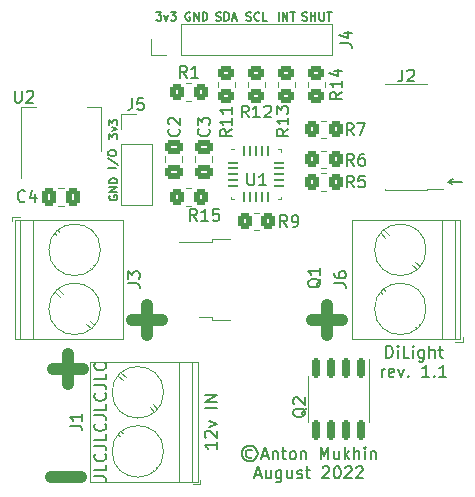
<source format=gto>
G04 #@! TF.GenerationSoftware,KiCad,Pcbnew,(6.0.7)*
G04 #@! TF.CreationDate,2022-08-26T11:00:59+03:00*
G04 #@! TF.ProjectId,DiLight_1.1,44694c69-6768-4745-9f31-2e312e6b6963,rev?*
G04 #@! TF.SameCoordinates,Original*
G04 #@! TF.FileFunction,Legend,Top*
G04 #@! TF.FilePolarity,Positive*
%FSLAX46Y46*%
G04 Gerber Fmt 4.6, Leading zero omitted, Abs format (unit mm)*
G04 Created by KiCad (PCBNEW (6.0.7)) date 2022-08-26 11:00:59*
%MOMM*%
%LPD*%
G01*
G04 APERTURE LIST*
G04 Aperture macros list*
%AMRoundRect*
0 Rectangle with rounded corners*
0 $1 Rounding radius*
0 $2 $3 $4 $5 $6 $7 $8 $9 X,Y pos of 4 corners*
0 Add a 4 corners polygon primitive as box body*
4,1,4,$2,$3,$4,$5,$6,$7,$8,$9,$2,$3,0*
0 Add four circle primitives for the rounded corners*
1,1,$1+$1,$2,$3*
1,1,$1+$1,$4,$5*
1,1,$1+$1,$6,$7*
1,1,$1+$1,$8,$9*
0 Add four rect primitives between the rounded corners*
20,1,$1+$1,$2,$3,$4,$5,0*
20,1,$1+$1,$4,$5,$6,$7,0*
20,1,$1+$1,$6,$7,$8,$9,0*
20,1,$1+$1,$8,$9,$2,$3,0*%
%AMFreePoly0*
4,1,14,0.230680,0.111820,0.364320,-0.021821,0.377500,-0.053642,0.377500,-0.080000,0.364320,-0.111820,0.332500,-0.125000,-0.332500,-0.125000,-0.364320,-0.111820,-0.377500,-0.080000,-0.377500,0.080000,-0.364320,0.111820,-0.332500,0.125000,0.198860,0.125000,0.230680,0.111820,0.230680,0.111820,$1*%
%AMFreePoly1*
4,1,14,0.364320,0.111820,0.377500,0.080000,0.377501,0.053640,0.364318,0.021819,0.230680,-0.111820,0.198860,-0.125000,-0.332500,-0.125000,-0.364320,-0.111820,-0.377500,-0.080000,-0.377500,0.080000,-0.364320,0.111820,-0.332500,0.125000,0.332500,0.125000,0.364320,0.111820,0.364320,0.111820,$1*%
%AMFreePoly2*
4,1,15,0.053642,0.377500,0.080000,0.377500,0.111820,0.364320,0.125000,0.332500,0.125000,-0.332500,0.111820,-0.364320,0.080000,-0.377500,-0.080000,-0.377500,-0.111820,-0.364320,-0.125000,-0.332500,-0.125000,0.198860,-0.111820,0.230680,0.021820,0.364320,0.053640,0.377501,0.053642,0.377500,0.053642,0.377500,$1*%
%AMFreePoly3*
4,1,14,-0.021820,0.364320,0.111820,0.230679,0.125000,0.198858,0.125000,-0.332500,0.111820,-0.364320,0.080000,-0.377500,-0.080000,-0.377500,-0.111820,-0.364320,-0.125000,-0.332500,-0.125000,0.332500,-0.111820,0.364320,-0.080000,0.377500,-0.053640,0.377500,-0.021820,0.364320,-0.021820,0.364320,$1*%
%AMFreePoly4*
4,1,14,0.364320,0.111820,0.377500,0.080000,0.377500,-0.080000,0.364320,-0.111820,0.332500,-0.125000,-0.198860,-0.125001,-0.230681,-0.111818,-0.364320,0.021820,-0.377500,0.053640,-0.377500,0.080000,-0.364320,0.111820,-0.332500,0.125000,0.332500,0.125000,0.364320,0.111820,0.364320,0.111820,$1*%
%AMFreePoly5*
4,1,15,-0.198858,0.125000,0.332500,0.125000,0.364320,0.111820,0.377500,0.080000,0.377500,-0.080000,0.364320,-0.111820,0.332500,-0.125000,-0.332500,-0.125000,-0.364320,-0.111820,-0.377500,-0.080000,-0.377500,-0.053640,-0.364320,-0.021820,-0.230680,0.111820,-0.198860,0.125001,-0.198858,0.125000,-0.198858,0.125000,$1*%
%AMFreePoly6*
4,1,14,0.111820,0.364320,0.125000,0.332500,0.125001,-0.198860,0.111818,-0.230681,-0.021820,-0.364320,-0.053640,-0.377500,-0.080000,-0.377500,-0.111820,-0.364320,-0.125000,-0.332500,-0.125000,0.332500,-0.111820,0.364320,-0.080000,0.377500,0.080000,0.377500,0.111820,0.364320,0.111820,0.364320,$1*%
%AMFreePoly7*
4,1,14,0.111820,0.364320,0.125000,0.332500,0.125000,-0.332500,0.111820,-0.364320,0.080000,-0.377500,0.053640,-0.377501,0.021819,-0.364318,-0.111820,-0.230680,-0.125000,-0.198860,-0.125000,0.332500,-0.111820,0.364320,-0.080000,0.377500,0.080000,0.377500,0.111820,0.364320,0.111820,0.364320,$1*%
G04 Aperture macros list end*
%ADD10C,1.000000*%
%ADD11C,0.150000*%
%ADD12C,0.120000*%
%ADD13RoundRect,0.250000X-0.475000X0.337500X-0.475000X-0.337500X0.475000X-0.337500X0.475000X0.337500X0*%
%ADD14RoundRect,0.250000X-0.350000X-0.450000X0.350000X-0.450000X0.350000X0.450000X-0.350000X0.450000X0*%
%ADD15C,2.200000*%
%ADD16RoundRect,0.250000X0.337500X0.475000X-0.337500X0.475000X-0.337500X-0.475000X0.337500X-0.475000X0*%
%ADD17R,1.500000X2.000000*%
%ADD18R,3.800000X2.000000*%
%ADD19RoundRect,0.250000X0.450000X-0.350000X0.450000X0.350000X-0.450000X0.350000X-0.450000X-0.350000X0*%
%ADD20R,1.700000X1.700000*%
%ADD21O,1.700000X1.700000*%
%ADD22R,2.200000X1.200000*%
%ADD23R,6.400000X5.800000*%
%ADD24R,2.600000X2.600000*%
%ADD25C,2.600000*%
%ADD26FreePoly0,0.000000*%
%ADD27RoundRect,0.062500X-0.375000X-0.062500X0.375000X-0.062500X0.375000X0.062500X-0.375000X0.062500X0*%
%ADD28FreePoly1,0.000000*%
%ADD29FreePoly2,0.000000*%
%ADD30RoundRect,0.062500X-0.062500X-0.375000X0.062500X-0.375000X0.062500X0.375000X-0.062500X0.375000X0*%
%ADD31FreePoly3,0.000000*%
%ADD32FreePoly4,0.000000*%
%ADD33FreePoly5,0.000000*%
%ADD34FreePoly6,0.000000*%
%ADD35FreePoly7,0.000000*%
%ADD36RoundRect,0.250000X0.350000X0.450000X-0.350000X0.450000X-0.350000X-0.450000X0.350000X-0.450000X0*%
%ADD37RoundRect,0.150000X-0.150000X0.675000X-0.150000X-0.675000X0.150000X-0.675000X0.150000X0.675000X0*%
%ADD38R,2.400000X0.740000*%
G04 APERTURE END LIST*
D10*
X38989000Y-40259000D02*
X41529000Y-40259000D01*
X16893208Y-53546343D02*
X19433208Y-53546343D01*
X40259000Y-38989000D02*
X40259000Y-41529000D01*
X23749000Y-40259000D02*
X26289000Y-40259000D01*
X18323291Y-43186550D02*
X18323291Y-45726550D01*
X25019000Y-38989000D02*
X25019000Y-41529000D01*
D11*
X50488146Y-28554190D02*
X51747149Y-28554190D01*
X51747149Y-28554190D02*
X50488146Y-28554190D01*
X50488146Y-28554190D02*
X50914750Y-28356495D01*
X50488146Y-28554190D02*
X50904345Y-28751884D01*
D10*
X17053291Y-44456550D02*
X19593291Y-44456550D01*
D11*
X50914750Y-28356495D02*
X50488146Y-28554190D01*
X21841666Y-24963333D02*
X21841666Y-24530000D01*
X22108333Y-24763333D01*
X22108333Y-24663333D01*
X22141666Y-24596666D01*
X22175000Y-24563333D01*
X22241666Y-24530000D01*
X22408333Y-24530000D01*
X22475000Y-24563333D01*
X22508333Y-24596666D01*
X22541666Y-24663333D01*
X22541666Y-24863333D01*
X22508333Y-24930000D01*
X22475000Y-24963333D01*
X22075000Y-24296666D02*
X22541666Y-24130000D01*
X22075000Y-23963333D01*
X21841666Y-23763333D02*
X21841666Y-23330000D01*
X22108333Y-23563333D01*
X22108333Y-23463333D01*
X22141666Y-23396666D01*
X22175000Y-23363333D01*
X22241666Y-23330000D01*
X22408333Y-23330000D01*
X22475000Y-23363333D01*
X22508333Y-23396666D01*
X22541666Y-23463333D01*
X22541666Y-23663333D01*
X22508333Y-23730000D01*
X22475000Y-23763333D01*
X30900000Y-14888333D02*
X31000000Y-14921666D01*
X31166666Y-14921666D01*
X31233333Y-14888333D01*
X31266666Y-14855000D01*
X31300000Y-14788333D01*
X31300000Y-14721666D01*
X31266666Y-14655000D01*
X31233333Y-14621666D01*
X31166666Y-14588333D01*
X31033333Y-14555000D01*
X30966666Y-14521666D01*
X30933333Y-14488333D01*
X30900000Y-14421666D01*
X30900000Y-14355000D01*
X30933333Y-14288333D01*
X30966666Y-14255000D01*
X31033333Y-14221666D01*
X31200000Y-14221666D01*
X31300000Y-14255000D01*
X31600000Y-14921666D02*
X31600000Y-14221666D01*
X31766666Y-14221666D01*
X31866666Y-14255000D01*
X31933333Y-14321666D01*
X31966666Y-14388333D01*
X32000000Y-14521666D01*
X32000000Y-14621666D01*
X31966666Y-14755000D01*
X31933333Y-14821666D01*
X31866666Y-14888333D01*
X31766666Y-14921666D01*
X31600000Y-14921666D01*
X32266666Y-14721666D02*
X32600000Y-14721666D01*
X32200000Y-14921666D02*
X32433333Y-14221666D01*
X32666666Y-14921666D01*
X25836666Y-14221666D02*
X26270000Y-14221666D01*
X26036666Y-14488333D01*
X26136666Y-14488333D01*
X26203333Y-14521666D01*
X26236666Y-14555000D01*
X26270000Y-14621666D01*
X26270000Y-14788333D01*
X26236666Y-14855000D01*
X26203333Y-14888333D01*
X26136666Y-14921666D01*
X25936666Y-14921666D01*
X25870000Y-14888333D01*
X25836666Y-14855000D01*
X26503333Y-14455000D02*
X26670000Y-14921666D01*
X26836666Y-14455000D01*
X27036666Y-14221666D02*
X27470000Y-14221666D01*
X27236666Y-14488333D01*
X27336666Y-14488333D01*
X27403333Y-14521666D01*
X27436666Y-14555000D01*
X27470000Y-14621666D01*
X27470000Y-14788333D01*
X27436666Y-14855000D01*
X27403333Y-14888333D01*
X27336666Y-14921666D01*
X27136666Y-14921666D01*
X27070000Y-14888333D01*
X27036666Y-14855000D01*
X20578107Y-53480884D02*
X21292393Y-53480884D01*
X21435250Y-53528503D01*
X21530488Y-53623741D01*
X21578107Y-53766598D01*
X21578107Y-53861837D01*
X21578107Y-52528503D02*
X21578107Y-53004694D01*
X20578107Y-53004694D01*
X21482869Y-51623741D02*
X21530488Y-51671360D01*
X21578107Y-51814217D01*
X21578107Y-51909456D01*
X21530488Y-52052313D01*
X21435250Y-52147551D01*
X21340012Y-52195170D01*
X21149536Y-52242789D01*
X21006679Y-52242789D01*
X20816203Y-52195170D01*
X20720965Y-52147551D01*
X20625727Y-52052313D01*
X20578107Y-51909456D01*
X20578107Y-51814217D01*
X20625727Y-51671360D01*
X20673346Y-51623741D01*
X20578107Y-50909456D02*
X21292393Y-50909456D01*
X21435250Y-50957075D01*
X21530488Y-51052313D01*
X21578107Y-51195170D01*
X21578107Y-51290408D01*
X21578107Y-49957075D02*
X21578107Y-50433265D01*
X20578107Y-50433265D01*
X21482869Y-49052313D02*
X21530488Y-49099932D01*
X21578107Y-49242789D01*
X21578107Y-49338027D01*
X21530488Y-49480884D01*
X21435250Y-49576122D01*
X21340012Y-49623741D01*
X21149536Y-49671360D01*
X21006679Y-49671360D01*
X20816203Y-49623741D01*
X20720965Y-49576122D01*
X20625727Y-49480884D01*
X20578107Y-49338027D01*
X20578107Y-49242789D01*
X20625727Y-49099932D01*
X20673346Y-49052313D01*
X20578107Y-48338027D02*
X21292393Y-48338027D01*
X21435250Y-48385646D01*
X21530488Y-48480884D01*
X21578107Y-48623741D01*
X21578107Y-48718979D01*
X21578107Y-47385646D02*
X21578107Y-47861837D01*
X20578107Y-47861837D01*
X21482869Y-46480884D02*
X21530488Y-46528503D01*
X21578107Y-46671360D01*
X21578107Y-46766598D01*
X21530488Y-46909456D01*
X21435250Y-47004694D01*
X21340012Y-47052313D01*
X21149536Y-47099932D01*
X21006679Y-47099932D01*
X20816203Y-47052313D01*
X20720965Y-47004694D01*
X20625727Y-46909456D01*
X20578107Y-46766598D01*
X20578107Y-46671360D01*
X20625727Y-46528503D01*
X20673346Y-46480884D01*
X20578107Y-45766598D02*
X21292393Y-45766598D01*
X21435250Y-45814217D01*
X21530488Y-45909456D01*
X21578107Y-46052313D01*
X21578107Y-46147551D01*
X21578107Y-44814217D02*
X21578107Y-45290408D01*
X20578107Y-45290408D01*
X21482869Y-43909456D02*
X21530488Y-43957075D01*
X21578107Y-44099932D01*
X21578107Y-44195170D01*
X21530488Y-44338027D01*
X21435250Y-44433265D01*
X21340012Y-44480884D01*
X21149536Y-44528503D01*
X21006679Y-44528503D01*
X20816203Y-44480884D01*
X20720965Y-44433265D01*
X20625727Y-44338027D01*
X20578107Y-44195170D01*
X20578107Y-44099932D01*
X20625727Y-43957075D01*
X20673346Y-43909456D01*
X45291666Y-43462380D02*
X45291666Y-42462380D01*
X45529761Y-42462380D01*
X45672619Y-42510000D01*
X45767857Y-42605238D01*
X45815476Y-42700476D01*
X45863095Y-42890952D01*
X45863095Y-43033809D01*
X45815476Y-43224285D01*
X45767857Y-43319523D01*
X45672619Y-43414761D01*
X45529761Y-43462380D01*
X45291666Y-43462380D01*
X46291666Y-43462380D02*
X46291666Y-42795714D01*
X46291666Y-42462380D02*
X46244047Y-42510000D01*
X46291666Y-42557619D01*
X46339285Y-42510000D01*
X46291666Y-42462380D01*
X46291666Y-42557619D01*
X47244047Y-43462380D02*
X46767857Y-43462380D01*
X46767857Y-42462380D01*
X47577380Y-43462380D02*
X47577380Y-42795714D01*
X47577380Y-42462380D02*
X47529761Y-42510000D01*
X47577380Y-42557619D01*
X47625000Y-42510000D01*
X47577380Y-42462380D01*
X47577380Y-42557619D01*
X48482142Y-42795714D02*
X48482142Y-43605238D01*
X48434523Y-43700476D01*
X48386904Y-43748095D01*
X48291666Y-43795714D01*
X48148809Y-43795714D01*
X48053571Y-43748095D01*
X48482142Y-43414761D02*
X48386904Y-43462380D01*
X48196428Y-43462380D01*
X48101190Y-43414761D01*
X48053571Y-43367142D01*
X48005952Y-43271904D01*
X48005952Y-42986190D01*
X48053571Y-42890952D01*
X48101190Y-42843333D01*
X48196428Y-42795714D01*
X48386904Y-42795714D01*
X48482142Y-42843333D01*
X48958333Y-43462380D02*
X48958333Y-42462380D01*
X49386904Y-43462380D02*
X49386904Y-42938571D01*
X49339285Y-42843333D01*
X49244047Y-42795714D01*
X49101190Y-42795714D01*
X49005952Y-42843333D01*
X48958333Y-42890952D01*
X49720238Y-42795714D02*
X50101190Y-42795714D01*
X49863095Y-42462380D02*
X49863095Y-43319523D01*
X49910714Y-43414761D01*
X50005952Y-43462380D01*
X50101190Y-43462380D01*
X44934523Y-45072380D02*
X44934523Y-44405714D01*
X44934523Y-44596190D02*
X44982142Y-44500952D01*
X45029761Y-44453333D01*
X45125000Y-44405714D01*
X45220238Y-44405714D01*
X45934523Y-45024761D02*
X45839285Y-45072380D01*
X45648809Y-45072380D01*
X45553571Y-45024761D01*
X45505952Y-44929523D01*
X45505952Y-44548571D01*
X45553571Y-44453333D01*
X45648809Y-44405714D01*
X45839285Y-44405714D01*
X45934523Y-44453333D01*
X45982142Y-44548571D01*
X45982142Y-44643809D01*
X45505952Y-44739047D01*
X46315476Y-44405714D02*
X46553571Y-45072380D01*
X46791666Y-44405714D01*
X47172619Y-44977142D02*
X47220238Y-45024761D01*
X47172619Y-45072380D01*
X47125000Y-45024761D01*
X47172619Y-44977142D01*
X47172619Y-45072380D01*
X48934523Y-45072380D02*
X48363095Y-45072380D01*
X48648809Y-45072380D02*
X48648809Y-44072380D01*
X48553571Y-44215238D01*
X48458333Y-44310476D01*
X48363095Y-44358095D01*
X49363095Y-44977142D02*
X49410714Y-45024761D01*
X49363095Y-45072380D01*
X49315476Y-45024761D01*
X49363095Y-44977142D01*
X49363095Y-45072380D01*
X50363095Y-45072380D02*
X49791666Y-45072380D01*
X50077380Y-45072380D02*
X50077380Y-44072380D01*
X49982142Y-44215238D01*
X49886904Y-44310476D01*
X49791666Y-44358095D01*
X33456666Y-14888333D02*
X33556666Y-14921666D01*
X33723333Y-14921666D01*
X33790000Y-14888333D01*
X33823333Y-14855000D01*
X33856666Y-14788333D01*
X33856666Y-14721666D01*
X33823333Y-14655000D01*
X33790000Y-14621666D01*
X33723333Y-14588333D01*
X33590000Y-14555000D01*
X33523333Y-14521666D01*
X33490000Y-14488333D01*
X33456666Y-14421666D01*
X33456666Y-14355000D01*
X33490000Y-14288333D01*
X33523333Y-14255000D01*
X33590000Y-14221666D01*
X33756666Y-14221666D01*
X33856666Y-14255000D01*
X34556666Y-14855000D02*
X34523333Y-14888333D01*
X34423333Y-14921666D01*
X34356666Y-14921666D01*
X34256666Y-14888333D01*
X34190000Y-14821666D01*
X34156666Y-14755000D01*
X34123333Y-14621666D01*
X34123333Y-14521666D01*
X34156666Y-14388333D01*
X34190000Y-14321666D01*
X34256666Y-14255000D01*
X34356666Y-14221666D01*
X34423333Y-14221666D01*
X34523333Y-14255000D01*
X34556666Y-14288333D01*
X35190000Y-14921666D02*
X34856666Y-14921666D01*
X34856666Y-14221666D01*
X21875000Y-29743333D02*
X21841666Y-29810000D01*
X21841666Y-29910000D01*
X21875000Y-30010000D01*
X21941666Y-30076666D01*
X22008333Y-30110000D01*
X22141666Y-30143333D01*
X22241666Y-30143333D01*
X22375000Y-30110000D01*
X22441666Y-30076666D01*
X22508333Y-30010000D01*
X22541666Y-29910000D01*
X22541666Y-29843333D01*
X22508333Y-29743333D01*
X22475000Y-29710000D01*
X22241666Y-29710000D01*
X22241666Y-29843333D01*
X22541666Y-29410000D02*
X21841666Y-29410000D01*
X22541666Y-29010000D01*
X21841666Y-29010000D01*
X22541666Y-28676666D02*
X21841666Y-28676666D01*
X21841666Y-28510000D01*
X21875000Y-28410000D01*
X21941666Y-28343333D01*
X22008333Y-28310000D01*
X22141666Y-28276666D01*
X22241666Y-28276666D01*
X22375000Y-28310000D01*
X22441666Y-28343333D01*
X22508333Y-28410000D01*
X22541666Y-28510000D01*
X22541666Y-28676666D01*
X36196666Y-14921666D02*
X36196666Y-14221666D01*
X36530000Y-14921666D02*
X36530000Y-14221666D01*
X36930000Y-14921666D01*
X36930000Y-14221666D01*
X37163333Y-14221666D02*
X37563333Y-14221666D01*
X37363333Y-14921666D02*
X37363333Y-14221666D01*
X38205705Y-14888332D02*
X38305705Y-14921665D01*
X38472371Y-14921665D01*
X38539038Y-14888332D01*
X38572371Y-14854999D01*
X38605705Y-14788332D01*
X38605705Y-14721665D01*
X38572371Y-14654999D01*
X38539038Y-14621665D01*
X38472371Y-14588332D01*
X38339038Y-14554999D01*
X38272371Y-14521665D01*
X38239038Y-14488332D01*
X38205705Y-14421665D01*
X38205705Y-14354999D01*
X38239038Y-14288332D01*
X38272371Y-14254999D01*
X38339038Y-14221665D01*
X38505705Y-14221665D01*
X38605705Y-14254999D01*
X38905705Y-14921665D02*
X38905705Y-14221665D01*
X38905705Y-14554999D02*
X39305705Y-14554999D01*
X39305705Y-14921665D02*
X39305705Y-14221665D01*
X39639038Y-14221665D02*
X39639038Y-14788332D01*
X39672371Y-14854999D01*
X39705705Y-14888332D01*
X39772371Y-14921665D01*
X39905705Y-14921665D01*
X39972371Y-14888332D01*
X40005705Y-14854999D01*
X40039038Y-14788332D01*
X40039038Y-14221665D01*
X40272371Y-14221665D02*
X40672371Y-14221665D01*
X40472371Y-14921665D02*
X40472371Y-14221665D01*
X28676666Y-14255000D02*
X28610000Y-14221666D01*
X28510000Y-14221666D01*
X28410000Y-14255000D01*
X28343333Y-14321666D01*
X28310000Y-14388333D01*
X28276666Y-14521666D01*
X28276666Y-14621666D01*
X28310000Y-14755000D01*
X28343333Y-14821666D01*
X28410000Y-14888333D01*
X28510000Y-14921666D01*
X28576666Y-14921666D01*
X28676666Y-14888333D01*
X28710000Y-14855000D01*
X28710000Y-14621666D01*
X28576666Y-14621666D01*
X29010000Y-14921666D02*
X29010000Y-14221666D01*
X29410000Y-14921666D01*
X29410000Y-14221666D01*
X29743333Y-14921666D02*
X29743333Y-14221666D01*
X29910000Y-14221666D01*
X30010000Y-14255000D01*
X30076666Y-14321666D01*
X30110000Y-14388333D01*
X30143333Y-14521666D01*
X30143333Y-14621666D01*
X30110000Y-14755000D01*
X30076666Y-14821666D01*
X30010000Y-14888333D01*
X29910000Y-14921666D01*
X29743333Y-14921666D01*
X33928079Y-51295099D02*
X33832841Y-51247480D01*
X33642365Y-51247480D01*
X33547127Y-51295099D01*
X33451889Y-51390337D01*
X33404270Y-51485575D01*
X33404270Y-51676051D01*
X33451889Y-51771289D01*
X33547127Y-51866527D01*
X33642365Y-51914146D01*
X33832841Y-51914146D01*
X33928079Y-51866527D01*
X33737603Y-50914146D02*
X33499508Y-50961765D01*
X33261413Y-51104623D01*
X33118555Y-51342718D01*
X33070936Y-51580813D01*
X33118555Y-51818908D01*
X33261413Y-52057003D01*
X33499508Y-52199861D01*
X33737603Y-52247480D01*
X33975698Y-52199861D01*
X34213793Y-52057003D01*
X34356651Y-51818908D01*
X34404270Y-51580813D01*
X34356651Y-51342718D01*
X34213793Y-51104623D01*
X33975698Y-50961765D01*
X33737603Y-50914146D01*
X34785222Y-51771289D02*
X35261413Y-51771289D01*
X34689984Y-52057003D02*
X35023317Y-51057003D01*
X35356651Y-52057003D01*
X35689984Y-51390337D02*
X35689984Y-52057003D01*
X35689984Y-51485575D02*
X35737603Y-51437956D01*
X35832841Y-51390337D01*
X35975698Y-51390337D01*
X36070936Y-51437956D01*
X36118555Y-51533194D01*
X36118555Y-52057003D01*
X36451889Y-51390337D02*
X36832841Y-51390337D01*
X36594746Y-51057003D02*
X36594746Y-51914146D01*
X36642365Y-52009384D01*
X36737603Y-52057003D01*
X36832841Y-52057003D01*
X37309032Y-52057003D02*
X37213793Y-52009384D01*
X37166174Y-51961765D01*
X37118555Y-51866527D01*
X37118555Y-51580813D01*
X37166174Y-51485575D01*
X37213793Y-51437956D01*
X37309032Y-51390337D01*
X37451889Y-51390337D01*
X37547127Y-51437956D01*
X37594746Y-51485575D01*
X37642365Y-51580813D01*
X37642365Y-51866527D01*
X37594746Y-51961765D01*
X37547127Y-52009384D01*
X37451889Y-52057003D01*
X37309032Y-52057003D01*
X38070936Y-51390337D02*
X38070936Y-52057003D01*
X38070936Y-51485575D02*
X38118555Y-51437956D01*
X38213793Y-51390337D01*
X38356651Y-51390337D01*
X38451889Y-51437956D01*
X38499508Y-51533194D01*
X38499508Y-52057003D01*
X39737603Y-52057003D02*
X39737603Y-51057003D01*
X40070936Y-51771289D01*
X40404270Y-51057003D01*
X40404270Y-52057003D01*
X41309032Y-51390337D02*
X41309032Y-52057003D01*
X40880460Y-51390337D02*
X40880460Y-51914146D01*
X40928079Y-52009384D01*
X41023317Y-52057003D01*
X41166174Y-52057003D01*
X41261413Y-52009384D01*
X41309032Y-51961765D01*
X41785222Y-52057003D02*
X41785222Y-51057003D01*
X41880460Y-51676051D02*
X42166174Y-52057003D01*
X42166174Y-51390337D02*
X41785222Y-51771289D01*
X42594746Y-52057003D02*
X42594746Y-51057003D01*
X43023317Y-52057003D02*
X43023317Y-51533194D01*
X42975698Y-51437956D01*
X42880460Y-51390337D01*
X42737603Y-51390337D01*
X42642365Y-51437956D01*
X42594746Y-51485575D01*
X43499508Y-52057003D02*
X43499508Y-51390337D01*
X43499508Y-51057003D02*
X43451889Y-51104623D01*
X43499508Y-51152242D01*
X43547127Y-51104623D01*
X43499508Y-51057003D01*
X43499508Y-51152242D01*
X43975698Y-51390337D02*
X43975698Y-52057003D01*
X43975698Y-51485575D02*
X44023317Y-51437956D01*
X44118555Y-51390337D01*
X44261413Y-51390337D01*
X44356651Y-51437956D01*
X44404270Y-51533194D01*
X44404270Y-52057003D01*
X34189984Y-53381289D02*
X34666174Y-53381289D01*
X34094746Y-53667003D02*
X34428079Y-52667003D01*
X34761413Y-53667003D01*
X35523317Y-53000337D02*
X35523317Y-53667003D01*
X35094746Y-53000337D02*
X35094746Y-53524146D01*
X35142365Y-53619384D01*
X35237603Y-53667003D01*
X35380460Y-53667003D01*
X35475698Y-53619384D01*
X35523317Y-53571765D01*
X36428079Y-53000337D02*
X36428079Y-53809861D01*
X36380460Y-53905099D01*
X36332841Y-53952718D01*
X36237603Y-54000337D01*
X36094746Y-54000337D01*
X35999508Y-53952718D01*
X36428079Y-53619384D02*
X36332841Y-53667003D01*
X36142365Y-53667003D01*
X36047127Y-53619384D01*
X35999508Y-53571765D01*
X35951889Y-53476527D01*
X35951889Y-53190813D01*
X35999508Y-53095575D01*
X36047127Y-53047956D01*
X36142365Y-53000337D01*
X36332841Y-53000337D01*
X36428079Y-53047956D01*
X37332841Y-53000337D02*
X37332841Y-53667003D01*
X36904270Y-53000337D02*
X36904270Y-53524146D01*
X36951889Y-53619384D01*
X37047127Y-53667003D01*
X37189984Y-53667003D01*
X37285222Y-53619384D01*
X37332841Y-53571765D01*
X37761413Y-53619384D02*
X37856651Y-53667003D01*
X38047127Y-53667003D01*
X38142365Y-53619384D01*
X38189984Y-53524146D01*
X38189984Y-53476527D01*
X38142365Y-53381289D01*
X38047127Y-53333670D01*
X37904270Y-53333670D01*
X37809032Y-53286051D01*
X37761413Y-53190813D01*
X37761413Y-53143194D01*
X37809032Y-53047956D01*
X37904270Y-53000337D01*
X38047127Y-53000337D01*
X38142365Y-53047956D01*
X38475698Y-53000337D02*
X38856651Y-53000337D01*
X38618555Y-52667003D02*
X38618555Y-53524146D01*
X38666174Y-53619384D01*
X38761413Y-53667003D01*
X38856651Y-53667003D01*
X39904270Y-52762242D02*
X39951889Y-52714623D01*
X40047127Y-52667003D01*
X40285222Y-52667003D01*
X40380460Y-52714623D01*
X40428079Y-52762242D01*
X40475698Y-52857480D01*
X40475698Y-52952718D01*
X40428079Y-53095575D01*
X39856651Y-53667003D01*
X40475698Y-53667003D01*
X41094746Y-52667003D02*
X41189984Y-52667003D01*
X41285222Y-52714623D01*
X41332841Y-52762242D01*
X41380460Y-52857480D01*
X41428079Y-53047956D01*
X41428079Y-53286051D01*
X41380460Y-53476527D01*
X41332841Y-53571765D01*
X41285222Y-53619384D01*
X41189984Y-53667003D01*
X41094746Y-53667003D01*
X40999508Y-53619384D01*
X40951889Y-53571765D01*
X40904270Y-53476527D01*
X40856651Y-53286051D01*
X40856651Y-53047956D01*
X40904270Y-52857480D01*
X40951889Y-52762242D01*
X40999508Y-52714623D01*
X41094746Y-52667003D01*
X41809032Y-52762242D02*
X41856651Y-52714623D01*
X41951889Y-52667003D01*
X42189984Y-52667003D01*
X42285222Y-52714623D01*
X42332841Y-52762242D01*
X42380460Y-52857480D01*
X42380460Y-52952718D01*
X42332841Y-53095575D01*
X41761413Y-53667003D01*
X42380460Y-53667003D01*
X42761413Y-52762242D02*
X42809032Y-52714623D01*
X42904270Y-52667003D01*
X43142365Y-52667003D01*
X43237603Y-52714623D01*
X43285222Y-52762242D01*
X43332841Y-52857480D01*
X43332841Y-52952718D01*
X43285222Y-53095575D01*
X42713793Y-53667003D01*
X43332841Y-53667003D01*
X30932380Y-50609285D02*
X30932380Y-51180714D01*
X30932380Y-50895000D02*
X29932380Y-50895000D01*
X30075238Y-50990238D01*
X30170476Y-51085476D01*
X30218095Y-51180714D01*
X30027619Y-50228333D02*
X29980000Y-50180714D01*
X29932380Y-50085476D01*
X29932380Y-49847380D01*
X29980000Y-49752142D01*
X30027619Y-49704523D01*
X30122857Y-49656904D01*
X30218095Y-49656904D01*
X30360952Y-49704523D01*
X30932380Y-50275952D01*
X30932380Y-49656904D01*
X30265714Y-49323571D02*
X30932380Y-49085476D01*
X30265714Y-48847380D01*
X30932380Y-47704523D02*
X29932380Y-47704523D01*
X30932380Y-47228333D02*
X29932380Y-47228333D01*
X30932380Y-46656904D01*
X29932380Y-46656904D01*
X22445863Y-27410702D02*
X21745863Y-27410702D01*
X21712530Y-26577369D02*
X22612530Y-27177369D01*
X21745863Y-26210702D02*
X21745863Y-26077369D01*
X21779197Y-26010702D01*
X21845863Y-25944035D01*
X21979197Y-25910702D01*
X22212530Y-25910702D01*
X22345863Y-25944035D01*
X22412530Y-26010702D01*
X22445863Y-26077369D01*
X22445863Y-26210702D01*
X22412530Y-26277369D01*
X22345863Y-26344035D01*
X22212530Y-26377369D01*
X21979197Y-26377369D01*
X21845863Y-26344035D01*
X21779197Y-26277369D01*
X21745863Y-26210702D01*
X27723684Y-24087974D02*
X27771303Y-24135593D01*
X27818922Y-24278450D01*
X27818922Y-24373688D01*
X27771303Y-24516546D01*
X27676065Y-24611784D01*
X27580827Y-24659403D01*
X27390351Y-24707022D01*
X27247494Y-24707022D01*
X27057018Y-24659403D01*
X26961780Y-24611784D01*
X26866542Y-24516546D01*
X26818922Y-24373688D01*
X26818922Y-24278450D01*
X26866542Y-24135593D01*
X26914161Y-24087974D01*
X26914161Y-23707022D02*
X26866542Y-23659403D01*
X26818922Y-23564165D01*
X26818922Y-23326069D01*
X26866542Y-23230831D01*
X26914161Y-23183212D01*
X27009399Y-23135593D01*
X27104637Y-23135593D01*
X27247494Y-23183212D01*
X27818922Y-23754641D01*
X27818922Y-23135593D01*
X42527606Y-24623112D02*
X42194273Y-24146922D01*
X41956177Y-24623112D02*
X41956177Y-23623112D01*
X42337130Y-23623112D01*
X42432368Y-23670732D01*
X42479987Y-23718351D01*
X42527606Y-23813589D01*
X42527606Y-23956446D01*
X42479987Y-24051684D01*
X42432368Y-24099303D01*
X42337130Y-24146922D01*
X41956177Y-24146922D01*
X42860939Y-23623112D02*
X43527606Y-23623112D01*
X43099034Y-24623112D01*
X14714360Y-30192328D02*
X14666741Y-30239947D01*
X14523884Y-30287566D01*
X14428646Y-30287566D01*
X14285788Y-30239947D01*
X14190550Y-30144709D01*
X14142931Y-30049471D01*
X14095312Y-29858995D01*
X14095312Y-29716138D01*
X14142931Y-29525662D01*
X14190550Y-29430424D01*
X14285788Y-29335186D01*
X14428646Y-29287566D01*
X14523884Y-29287566D01*
X14666741Y-29335186D01*
X14714360Y-29382805D01*
X15571503Y-29620900D02*
X15571503Y-30287566D01*
X15333407Y-29239947D02*
X15095312Y-29954233D01*
X15714360Y-29954233D01*
X13853324Y-20860884D02*
X13853324Y-21670408D01*
X13900943Y-21765646D01*
X13948562Y-21813265D01*
X14043800Y-21860884D01*
X14234276Y-21860884D01*
X14329514Y-21813265D01*
X14377133Y-21765646D01*
X14424752Y-21670408D01*
X14424752Y-20860884D01*
X14853324Y-20956123D02*
X14900943Y-20908504D01*
X14996181Y-20860884D01*
X15234276Y-20860884D01*
X15329514Y-20908504D01*
X15377133Y-20956123D01*
X15424752Y-21051361D01*
X15424752Y-21146599D01*
X15377133Y-21289456D01*
X14805705Y-21860884D01*
X15424752Y-21860884D01*
X28408333Y-19757380D02*
X28075000Y-19281190D01*
X27836904Y-19757380D02*
X27836904Y-18757380D01*
X28217857Y-18757380D01*
X28313095Y-18805000D01*
X28360714Y-18852619D01*
X28408333Y-18947857D01*
X28408333Y-19090714D01*
X28360714Y-19185952D01*
X28313095Y-19233571D01*
X28217857Y-19281190D01*
X27836904Y-19281190D01*
X29360714Y-19757380D02*
X28789285Y-19757380D01*
X29075000Y-19757380D02*
X29075000Y-18757380D01*
X28979761Y-18900238D01*
X28884523Y-18995476D01*
X28789285Y-19043095D01*
X33644184Y-23124794D02*
X33310851Y-22648604D01*
X33072756Y-23124794D02*
X33072756Y-22124794D01*
X33453708Y-22124794D01*
X33548946Y-22172414D01*
X33596565Y-22220033D01*
X33644184Y-22315271D01*
X33644184Y-22458128D01*
X33596565Y-22553366D01*
X33548946Y-22600985D01*
X33453708Y-22648604D01*
X33072756Y-22648604D01*
X34596565Y-23124794D02*
X34025137Y-23124794D01*
X34310851Y-23124794D02*
X34310851Y-22124794D01*
X34215613Y-22267652D01*
X34120375Y-22362890D01*
X34025137Y-22410509D01*
X34977518Y-22220033D02*
X35025137Y-22172414D01*
X35120375Y-22124794D01*
X35358470Y-22124794D01*
X35453708Y-22172414D01*
X35501327Y-22220033D01*
X35548946Y-22315271D01*
X35548946Y-22410509D01*
X35501327Y-22553366D01*
X34929899Y-23124794D01*
X35548946Y-23124794D01*
X41362380Y-16843333D02*
X42076666Y-16843333D01*
X42219523Y-16890952D01*
X42314761Y-16986190D01*
X42362380Y-17129047D01*
X42362380Y-17224285D01*
X41695714Y-15938571D02*
X42362380Y-15938571D01*
X41314761Y-16176666D02*
X42029047Y-16414761D01*
X42029047Y-15795714D01*
X29267704Y-31880887D02*
X28934371Y-31404697D01*
X28696276Y-31880887D02*
X28696276Y-30880887D01*
X29077228Y-30880887D01*
X29172466Y-30928507D01*
X29220085Y-30976126D01*
X29267704Y-31071364D01*
X29267704Y-31214221D01*
X29220085Y-31309459D01*
X29172466Y-31357078D01*
X29077228Y-31404697D01*
X28696276Y-31404697D01*
X30220085Y-31880887D02*
X29648657Y-31880887D01*
X29934371Y-31880887D02*
X29934371Y-30880887D01*
X29839133Y-31023745D01*
X29743895Y-31118983D01*
X29648657Y-31166602D01*
X31124847Y-30880887D02*
X30648657Y-30880887D01*
X30601038Y-31357078D01*
X30648657Y-31309459D01*
X30743895Y-31261840D01*
X30981990Y-31261840D01*
X31077228Y-31309459D01*
X31124847Y-31357078D01*
X31172466Y-31452316D01*
X31172466Y-31690411D01*
X31124847Y-31785649D01*
X31077228Y-31833268D01*
X30981990Y-31880887D01*
X30743895Y-31880887D01*
X30648657Y-31833268D01*
X30601038Y-31785649D01*
X37018115Y-24095645D02*
X36541925Y-24428978D01*
X37018115Y-24667073D02*
X36018115Y-24667073D01*
X36018115Y-24286121D01*
X36065735Y-24190883D01*
X36113354Y-24143264D01*
X36208592Y-24095645D01*
X36351449Y-24095645D01*
X36446687Y-24143264D01*
X36494306Y-24190883D01*
X36541925Y-24286121D01*
X36541925Y-24667073D01*
X37018115Y-23143264D02*
X37018115Y-23714692D01*
X37018115Y-23428978D02*
X36018115Y-23428978D01*
X36160973Y-23524216D01*
X36256211Y-23619454D01*
X36303830Y-23714692D01*
X36018115Y-22809930D02*
X36018115Y-22190883D01*
X36399068Y-22524216D01*
X36399068Y-22381359D01*
X36446687Y-22286121D01*
X36494306Y-22238502D01*
X36589544Y-22190883D01*
X36827639Y-22190883D01*
X36922877Y-22238502D01*
X36970496Y-22286121D01*
X37018115Y-22381359D01*
X37018115Y-22667073D01*
X36970496Y-22762311D01*
X36922877Y-22809930D01*
X23786852Y-21485183D02*
X23786852Y-22199469D01*
X23739233Y-22342326D01*
X23643995Y-22437564D01*
X23501138Y-22485183D01*
X23405900Y-22485183D01*
X24739233Y-21485183D02*
X24263043Y-21485183D01*
X24215424Y-21961374D01*
X24263043Y-21913755D01*
X24358281Y-21866136D01*
X24596376Y-21866136D01*
X24691614Y-21913755D01*
X24739233Y-21961374D01*
X24786852Y-22056612D01*
X24786852Y-22294707D01*
X24739233Y-22389945D01*
X24691614Y-22437564D01*
X24596376Y-22485183D01*
X24358281Y-22485183D01*
X24263043Y-22437564D01*
X24215424Y-22389945D01*
X39775848Y-36783467D02*
X39728229Y-36878705D01*
X39632990Y-36973943D01*
X39490133Y-37116800D01*
X39442514Y-37212038D01*
X39442514Y-37307276D01*
X39680609Y-37259657D02*
X39632990Y-37354895D01*
X39537752Y-37450133D01*
X39347276Y-37497752D01*
X39013943Y-37497752D01*
X38823467Y-37450133D01*
X38728229Y-37354895D01*
X38680609Y-37259657D01*
X38680609Y-37069181D01*
X38728229Y-36973943D01*
X38823467Y-36878705D01*
X39013943Y-36831086D01*
X39347276Y-36831086D01*
X39537752Y-36878705D01*
X39632990Y-36973943D01*
X39680609Y-37069181D01*
X39680609Y-37259657D01*
X39680609Y-35878705D02*
X39680609Y-36450133D01*
X39680609Y-36164419D02*
X38680609Y-36164419D01*
X38823467Y-36259657D01*
X38918705Y-36354895D01*
X38966324Y-36450133D01*
X23427380Y-37163333D02*
X24141666Y-37163333D01*
X24284523Y-37210952D01*
X24379761Y-37306190D01*
X24427380Y-37449047D01*
X24427380Y-37544285D01*
X23427380Y-36782380D02*
X23427380Y-36163333D01*
X23808333Y-36496666D01*
X23808333Y-36353809D01*
X23855952Y-36258571D01*
X23903571Y-36210952D01*
X23998809Y-36163333D01*
X24236904Y-36163333D01*
X24332142Y-36210952D01*
X24379761Y-36258571D01*
X24427380Y-36353809D01*
X24427380Y-36639523D01*
X24379761Y-36734761D01*
X24332142Y-36782380D01*
X40882380Y-37163333D02*
X41596666Y-37163333D01*
X41739523Y-37210952D01*
X41834761Y-37306190D01*
X41882380Y-37449047D01*
X41882380Y-37544285D01*
X40882380Y-36258571D02*
X40882380Y-36449047D01*
X40930000Y-36544285D01*
X40977619Y-36591904D01*
X41120476Y-36687142D01*
X41310952Y-36734761D01*
X41691904Y-36734761D01*
X41787142Y-36687142D01*
X41834761Y-36639523D01*
X41882380Y-36544285D01*
X41882380Y-36353809D01*
X41834761Y-36258571D01*
X41787142Y-36210952D01*
X41691904Y-36163333D01*
X41453809Y-36163333D01*
X41358571Y-36210952D01*
X41310952Y-36258571D01*
X41263333Y-36353809D01*
X41263333Y-36544285D01*
X41310952Y-36639523D01*
X41358571Y-36687142D01*
X41453809Y-36734761D01*
X30252096Y-24087974D02*
X30299715Y-24135593D01*
X30347334Y-24278450D01*
X30347334Y-24373688D01*
X30299715Y-24516546D01*
X30204477Y-24611784D01*
X30109239Y-24659403D01*
X29918763Y-24707022D01*
X29775906Y-24707022D01*
X29585430Y-24659403D01*
X29490192Y-24611784D01*
X29394954Y-24516546D01*
X29347334Y-24373688D01*
X29347334Y-24278450D01*
X29394954Y-24135593D01*
X29442573Y-24087974D01*
X29347334Y-23754641D02*
X29347334Y-23135593D01*
X29728287Y-23468927D01*
X29728287Y-23326069D01*
X29775906Y-23230831D01*
X29823525Y-23183212D01*
X29918763Y-23135593D01*
X30156858Y-23135593D01*
X30252096Y-23183212D01*
X30299715Y-23230831D01*
X30347334Y-23326069D01*
X30347334Y-23611784D01*
X30299715Y-23707022D01*
X30252096Y-23754641D01*
X42564735Y-29047007D02*
X42231402Y-28570817D01*
X41993306Y-29047007D02*
X41993306Y-28047007D01*
X42374259Y-28047007D01*
X42469497Y-28094627D01*
X42517116Y-28142246D01*
X42564735Y-28237484D01*
X42564735Y-28380341D01*
X42517116Y-28475579D01*
X42469497Y-28523198D01*
X42374259Y-28570817D01*
X41993306Y-28570817D01*
X43469497Y-28047007D02*
X42993306Y-28047007D01*
X42945687Y-28523198D01*
X42993306Y-28475579D01*
X43088544Y-28427960D01*
X43326640Y-28427960D01*
X43421878Y-28475579D01*
X43469497Y-28523198D01*
X43517116Y-28618436D01*
X43517116Y-28856531D01*
X43469497Y-28951769D01*
X43421878Y-28999388D01*
X43326640Y-29047007D01*
X43088544Y-29047007D01*
X42993306Y-28999388D01*
X42945687Y-28951769D01*
X18502380Y-49228333D02*
X19216666Y-49228333D01*
X19359523Y-49275952D01*
X19454761Y-49371190D01*
X19502380Y-49514047D01*
X19502380Y-49609285D01*
X19502380Y-48228333D02*
X19502380Y-48799761D01*
X19502380Y-48514047D02*
X18502380Y-48514047D01*
X18645238Y-48609285D01*
X18740476Y-48704523D01*
X18788095Y-48799761D01*
X41523475Y-20963744D02*
X41047285Y-21297077D01*
X41523475Y-21535172D02*
X40523475Y-21535172D01*
X40523475Y-21154220D01*
X40571095Y-21058982D01*
X40618714Y-21011363D01*
X40713952Y-20963744D01*
X40856809Y-20963744D01*
X40952047Y-21011363D01*
X40999666Y-21058982D01*
X41047285Y-21154220D01*
X41047285Y-21535172D01*
X41523475Y-20011363D02*
X41523475Y-20582791D01*
X41523475Y-20297077D02*
X40523475Y-20297077D01*
X40666333Y-20392315D01*
X40761571Y-20487553D01*
X40809190Y-20582791D01*
X40856809Y-19154220D02*
X41523475Y-19154220D01*
X40475856Y-19392315D02*
X41190142Y-19630410D01*
X41190142Y-19011363D01*
X33549967Y-27868643D02*
X33549967Y-28678167D01*
X33597586Y-28773405D01*
X33645205Y-28821024D01*
X33740443Y-28868643D01*
X33930919Y-28868643D01*
X34026157Y-28821024D01*
X34073776Y-28773405D01*
X34121395Y-28678167D01*
X34121395Y-27868643D01*
X35121395Y-28868643D02*
X34549967Y-28868643D01*
X34835681Y-28868643D02*
X34835681Y-27868643D01*
X34740443Y-28011501D01*
X34645205Y-28106739D01*
X34549967Y-28154358D01*
X36907729Y-32395934D02*
X36574396Y-31919744D01*
X36336300Y-32395934D02*
X36336300Y-31395934D01*
X36717253Y-31395934D01*
X36812491Y-31443554D01*
X36860110Y-31491173D01*
X36907729Y-31586411D01*
X36907729Y-31729268D01*
X36860110Y-31824506D01*
X36812491Y-31872125D01*
X36717253Y-31919744D01*
X36336300Y-31919744D01*
X37383919Y-32395934D02*
X37574396Y-32395934D01*
X37669634Y-32348315D01*
X37717253Y-32300696D01*
X37812491Y-32157839D01*
X37860110Y-31967363D01*
X37860110Y-31586411D01*
X37812491Y-31491173D01*
X37764872Y-31443554D01*
X37669634Y-31395934D01*
X37479157Y-31395934D01*
X37383919Y-31443554D01*
X37336300Y-31491173D01*
X37288681Y-31586411D01*
X37288681Y-31824506D01*
X37336300Y-31919744D01*
X37383919Y-31967363D01*
X37479157Y-32014982D01*
X37669634Y-32014982D01*
X37764872Y-31967363D01*
X37812491Y-31919744D01*
X37860110Y-31824506D01*
X38513718Y-47738651D02*
X38466099Y-47833889D01*
X38370860Y-47929127D01*
X38228003Y-48071984D01*
X38180384Y-48167222D01*
X38180384Y-48262460D01*
X38418479Y-48214841D02*
X38370860Y-48310079D01*
X38275622Y-48405317D01*
X38085146Y-48452936D01*
X37751813Y-48452936D01*
X37561337Y-48405317D01*
X37466099Y-48310079D01*
X37418479Y-48214841D01*
X37418479Y-48024365D01*
X37466099Y-47929127D01*
X37561337Y-47833889D01*
X37751813Y-47786270D01*
X38085146Y-47786270D01*
X38275622Y-47833889D01*
X38370860Y-47929127D01*
X38418479Y-48024365D01*
X38418479Y-48214841D01*
X37513718Y-47405317D02*
X37466099Y-47357698D01*
X37418479Y-47262460D01*
X37418479Y-47024365D01*
X37466099Y-46929127D01*
X37513718Y-46881508D01*
X37608956Y-46833889D01*
X37704194Y-46833889D01*
X37847051Y-46881508D01*
X38418479Y-47452936D01*
X38418479Y-46833889D01*
X46660350Y-19078424D02*
X46660350Y-19792710D01*
X46612731Y-19935567D01*
X46517493Y-20030805D01*
X46374636Y-20078424D01*
X46279398Y-20078424D01*
X47088922Y-19173663D02*
X47136541Y-19126044D01*
X47231779Y-19078424D01*
X47469874Y-19078424D01*
X47565112Y-19126044D01*
X47612731Y-19173663D01*
X47660350Y-19268901D01*
X47660350Y-19364139D01*
X47612731Y-19506996D01*
X47041303Y-20078424D01*
X47660350Y-20078424D01*
X42564735Y-27205324D02*
X42231402Y-26729134D01*
X41993306Y-27205324D02*
X41993306Y-26205324D01*
X42374259Y-26205324D01*
X42469497Y-26252944D01*
X42517116Y-26300563D01*
X42564735Y-26395801D01*
X42564735Y-26538658D01*
X42517116Y-26633896D01*
X42469497Y-26681515D01*
X42374259Y-26729134D01*
X41993306Y-26729134D01*
X43421878Y-26205324D02*
X43231402Y-26205324D01*
X43136163Y-26252944D01*
X43088544Y-26300563D01*
X42993306Y-26443420D01*
X42945687Y-26633896D01*
X42945687Y-27014848D01*
X42993306Y-27110086D01*
X43040925Y-27157705D01*
X43136163Y-27205324D01*
X43326640Y-27205324D01*
X43421878Y-27157705D01*
X43469497Y-27110086D01*
X43517116Y-27014848D01*
X43517116Y-26776753D01*
X43469497Y-26681515D01*
X43421878Y-26633896D01*
X43326640Y-26586277D01*
X43136163Y-26586277D01*
X43040925Y-26633896D01*
X42993306Y-26681515D01*
X42945687Y-26776753D01*
X32202380Y-24137857D02*
X31726190Y-24471190D01*
X32202380Y-24709285D02*
X31202380Y-24709285D01*
X31202380Y-24328333D01*
X31250000Y-24233095D01*
X31297619Y-24185476D01*
X31392857Y-24137857D01*
X31535714Y-24137857D01*
X31630952Y-24185476D01*
X31678571Y-24233095D01*
X31726190Y-24328333D01*
X31726190Y-24709285D01*
X32202380Y-23185476D02*
X32202380Y-23756904D01*
X32202380Y-23471190D02*
X31202380Y-23471190D01*
X31345238Y-23566428D01*
X31440476Y-23661666D01*
X31488095Y-23756904D01*
X32202380Y-22233095D02*
X32202380Y-22804523D01*
X32202380Y-22518809D02*
X31202380Y-22518809D01*
X31345238Y-22614047D01*
X31440476Y-22709285D01*
X31488095Y-22804523D01*
D12*
X28040000Y-26408748D02*
X28040000Y-26931252D01*
X26570000Y-26408748D02*
X26570000Y-26931252D01*
X39777936Y-24865000D02*
X40232064Y-24865000D01*
X39777936Y-23395000D02*
X40232064Y-23395000D01*
X18041252Y-30580000D02*
X17518748Y-30580000D01*
X18041252Y-29110000D02*
X17518748Y-29110000D01*
X14370000Y-22220000D02*
X15630000Y-22220000D01*
X21190000Y-22220000D02*
X19930000Y-22220000D01*
X14370000Y-28230000D02*
X14370000Y-22220000D01*
X21190000Y-25980000D02*
X21190000Y-22220000D01*
X28347936Y-21690000D02*
X28802064Y-21690000D01*
X28347936Y-20220000D02*
X28802064Y-20220000D01*
X35025000Y-20547064D02*
X35025000Y-20092936D01*
X33555000Y-20547064D02*
X33555000Y-20092936D01*
X25340000Y-17840000D02*
X25340000Y-16510000D01*
X27940000Y-15180000D02*
X40700000Y-15180000D01*
X40700000Y-17840000D02*
X40700000Y-15180000D01*
X27940000Y-17840000D02*
X40700000Y-17840000D01*
X26670000Y-17840000D02*
X25340000Y-17840000D01*
X27940000Y-17840000D02*
X27940000Y-15180000D01*
X28347936Y-30580000D02*
X28802064Y-30580000D01*
X28347936Y-29110000D02*
X28802064Y-29110000D01*
X36095000Y-20547064D02*
X36095000Y-20092936D01*
X37565000Y-20547064D02*
X37565000Y-20092936D01*
X22800000Y-25400000D02*
X25460000Y-25400000D01*
X22800000Y-30540000D02*
X25460000Y-30540000D01*
X25460000Y-25400000D02*
X25460000Y-30540000D01*
X22800000Y-22800000D02*
X24130000Y-22800000D01*
X22800000Y-24130000D02*
X22800000Y-22800000D01*
X22800000Y-25400000D02*
X22800000Y-30540000D01*
X30550000Y-40010000D02*
X29450000Y-40010000D01*
X32050000Y-40280000D02*
X30550000Y-40280000D01*
X30550000Y-40280000D02*
X30550000Y-40010000D01*
X30550000Y-33380000D02*
X30550000Y-33650000D01*
X32050000Y-33380000D02*
X30550000Y-33380000D01*
X30550000Y-33650000D02*
X27720000Y-33650000D01*
X20569000Y-35718000D02*
X20462000Y-35611000D01*
X22975000Y-31770000D02*
X13855000Y-31770000D01*
X14255000Y-31530000D02*
X13615000Y-31530000D01*
X17641000Y-38323000D02*
X17261000Y-37943000D01*
X13615000Y-31530000D02*
X13615000Y-31930000D01*
X17923000Y-38072000D02*
X17527000Y-37677000D01*
X14315000Y-31770000D02*
X14315000Y-41890000D01*
X22975000Y-41890000D02*
X13855000Y-41890000D01*
X17368000Y-33048000D02*
X17261000Y-32942000D01*
X20303000Y-40984000D02*
X19907000Y-40589000D01*
X15415000Y-31770000D02*
X15415000Y-41890000D01*
X22975000Y-31770000D02*
X22975000Y-41890000D01*
X20569000Y-40718000D02*
X20189000Y-40338000D01*
X20303000Y-35984000D02*
X20196000Y-35877000D01*
X13855000Y-31770000D02*
X13855000Y-41890000D01*
X17634000Y-32782000D02*
X17527000Y-32676000D01*
X21095000Y-34330000D02*
G75*
G03*
X21095000Y-34330000I-2180000J0D01*
G01*
X21095000Y-39330000D02*
G75*
G03*
X21095000Y-39330000I-2180000J0D01*
G01*
X47771000Y-40878000D02*
X47878000Y-40984000D01*
X47482000Y-35588000D02*
X47878000Y-35983000D01*
X44836000Y-37942000D02*
X44943000Y-38049000D01*
X45102000Y-32676000D02*
X45498000Y-33071000D01*
X42430000Y-41890000D02*
X51550000Y-41890000D01*
X49990000Y-41890000D02*
X49990000Y-31770000D01*
X51150000Y-42130000D02*
X51790000Y-42130000D01*
X45102000Y-37676000D02*
X45209000Y-37783000D01*
X42430000Y-31770000D02*
X51550000Y-31770000D01*
X51090000Y-41890000D02*
X51090000Y-31770000D01*
X51790000Y-42130000D02*
X51790000Y-41730000D01*
X48037000Y-40612000D02*
X48144000Y-40718000D01*
X51550000Y-41890000D02*
X51550000Y-31770000D01*
X47764000Y-35337000D02*
X48144000Y-35717000D01*
X44836000Y-32942000D02*
X45216000Y-33322000D01*
X42430000Y-41890000D02*
X42430000Y-31770000D01*
X48670000Y-39330000D02*
G75*
G03*
X48670000Y-39330000I-2180000J0D01*
G01*
X48670000Y-34330000D02*
G75*
G03*
X48670000Y-34330000I-2180000J0D01*
G01*
X30580000Y-26408748D02*
X30580000Y-26931252D01*
X29110000Y-26408748D02*
X29110000Y-26931252D01*
X39777936Y-27840000D02*
X40232064Y-27840000D01*
X39777936Y-29310000D02*
X40232064Y-29310000D01*
X22611000Y-50007000D02*
X22718000Y-50114000D01*
X29325000Y-53955000D02*
X29325000Y-43835000D01*
X25539000Y-47402000D02*
X25919000Y-47782000D01*
X25812000Y-52677000D02*
X25919000Y-52783000D01*
X20205000Y-43835000D02*
X29325000Y-43835000D01*
X20205000Y-53955000D02*
X29325000Y-53955000D01*
X27765000Y-53955000D02*
X27765000Y-43835000D01*
X25546000Y-52943000D02*
X25653000Y-53049000D01*
X22877000Y-49741000D02*
X22984000Y-49848000D01*
X28865000Y-53955000D02*
X28865000Y-43835000D01*
X25257000Y-47653000D02*
X25653000Y-48048000D01*
X22877000Y-44741000D02*
X23273000Y-45136000D01*
X22611000Y-45007000D02*
X22991000Y-45387000D01*
X29565000Y-54195000D02*
X29565000Y-53795000D01*
X20205000Y-53955000D02*
X20205000Y-43835000D01*
X28925000Y-54195000D02*
X29565000Y-54195000D01*
X26445000Y-46395000D02*
G75*
G03*
X26445000Y-46395000I-2180000J0D01*
G01*
X26445000Y-51395000D02*
G75*
G03*
X26445000Y-51395000I-2180000J0D01*
G01*
X40105000Y-20547064D02*
X40105000Y-20092936D01*
X38635000Y-20547064D02*
X38635000Y-20092936D01*
X36175000Y-30050000D02*
X36400000Y-30050000D01*
X32180000Y-30050000D02*
X32180000Y-29825000D01*
X32405000Y-25830000D02*
X32180000Y-25830000D01*
X36175000Y-25830000D02*
X36400000Y-25830000D01*
X36400000Y-30050000D02*
X36400000Y-29825000D01*
X32405000Y-30050000D02*
X32180000Y-30050000D01*
X36400000Y-25830000D02*
X36400000Y-26055000D01*
X34534445Y-32648878D02*
X34080317Y-32648878D01*
X34534445Y-31178878D02*
X34080317Y-31178878D01*
X43835000Y-46990000D02*
X43835000Y-48940000D01*
X38715000Y-46990000D02*
X38715000Y-45040000D01*
X38715000Y-46990000D02*
X38715000Y-48940000D01*
X43835000Y-46990000D02*
X43835000Y-43540000D01*
X48755000Y-29270000D02*
X45225000Y-29270000D01*
X48755000Y-29270000D02*
X48755000Y-29205000D01*
X45225000Y-29270000D02*
X45225000Y-29205000D01*
X50080000Y-29205000D02*
X48755000Y-29205000D01*
X48755000Y-20325000D02*
X48755000Y-20260000D01*
X45225000Y-20325000D02*
X45225000Y-20260000D01*
X48755000Y-20260000D02*
X45225000Y-20260000D01*
X39777936Y-27405000D02*
X40232064Y-27405000D01*
X39777936Y-25935000D02*
X40232064Y-25935000D01*
X32485000Y-20547064D02*
X32485000Y-20092936D01*
X31015000Y-20547064D02*
X31015000Y-20092936D01*
%LPC*%
D13*
X27305000Y-25632500D03*
X27305000Y-27707500D03*
D14*
X39005000Y-24130000D03*
X41005000Y-24130000D03*
D15*
X17145000Y-50800000D03*
D16*
X18817500Y-29845000D03*
X16742500Y-29845000D03*
D17*
X15480000Y-27280000D03*
X17780000Y-27280000D03*
D18*
X17780000Y-20980000D03*
D17*
X20080000Y-27280000D03*
D14*
X27575000Y-20955000D03*
X29575000Y-20955000D03*
D15*
X48260000Y-50800000D03*
D19*
X34290000Y-21320000D03*
X34290000Y-19320000D03*
D20*
X26670000Y-16510000D03*
D21*
X29210000Y-16510000D03*
X31750000Y-16510000D03*
X34290000Y-16510000D03*
X36830000Y-16510000D03*
X39370000Y-16510000D03*
D14*
X27575000Y-29845000D03*
X29575000Y-29845000D03*
D19*
X36830000Y-21320000D03*
X36830000Y-19320000D03*
D15*
X48260000Y-17145000D03*
D20*
X24130000Y-24130000D03*
D21*
X24130000Y-26670000D03*
X24130000Y-29210000D03*
D22*
X28820000Y-34550000D03*
D23*
X35120000Y-36830000D03*
D22*
X28820000Y-39110000D03*
D24*
X18915000Y-34330000D03*
D25*
X18915000Y-39330000D03*
D24*
X46490000Y-39330000D03*
D25*
X46490000Y-34330000D03*
D13*
X29845000Y-25632500D03*
X29845000Y-27707500D03*
D14*
X39005000Y-28575000D03*
X41005000Y-28575000D03*
D24*
X24265000Y-51395000D03*
D25*
X24265000Y-46395000D03*
D19*
X39370000Y-21320000D03*
X39370000Y-19320000D03*
D26*
X32292500Y-26440000D03*
D27*
X32352500Y-26940000D03*
X32352500Y-27440000D03*
X32352500Y-27940000D03*
X32352500Y-28440000D03*
X32352500Y-28940000D03*
D28*
X32292500Y-29440000D03*
D29*
X32790000Y-29937500D03*
D30*
X33290000Y-29877500D03*
X33790000Y-29877500D03*
X34290000Y-29877500D03*
X34790000Y-29877500D03*
X35290000Y-29877500D03*
D31*
X35790000Y-29937500D03*
D32*
X36287500Y-29440000D03*
D27*
X36227500Y-28940000D03*
X36227500Y-28440000D03*
X36227500Y-27940000D03*
X36227500Y-27440000D03*
X36227500Y-26940000D03*
D33*
X36287500Y-26440000D03*
D34*
X35790000Y-25942500D03*
D30*
X35290000Y-26002500D03*
X34790000Y-26002500D03*
X34290000Y-26002500D03*
X33790000Y-26002500D03*
X33290000Y-26002500D03*
D35*
X32790000Y-25942500D03*
D36*
X35307381Y-31913878D03*
X33307381Y-31913878D03*
D37*
X39370000Y-44365000D03*
X43180000Y-49615000D03*
X40640000Y-49615000D03*
X41910000Y-49615000D03*
X39370000Y-49615000D03*
X43180000Y-44365000D03*
X40640000Y-44365000D03*
X41910000Y-44365000D03*
D15*
X17145000Y-17145000D03*
D38*
X48940000Y-28575000D03*
X45040000Y-28575000D03*
X48940000Y-27305000D03*
X45040000Y-27305000D03*
X48940000Y-26035000D03*
X45040000Y-26035000D03*
X48940000Y-24765000D03*
X45040000Y-24765000D03*
X48940000Y-23495000D03*
X45040000Y-23495000D03*
X48940000Y-22225000D03*
X45040000Y-22225000D03*
X48940000Y-20955000D03*
X45040000Y-20955000D03*
D14*
X39005000Y-26670000D03*
X41005000Y-26670000D03*
D19*
X31750000Y-21320000D03*
X31750000Y-19320000D03*
M02*

</source>
